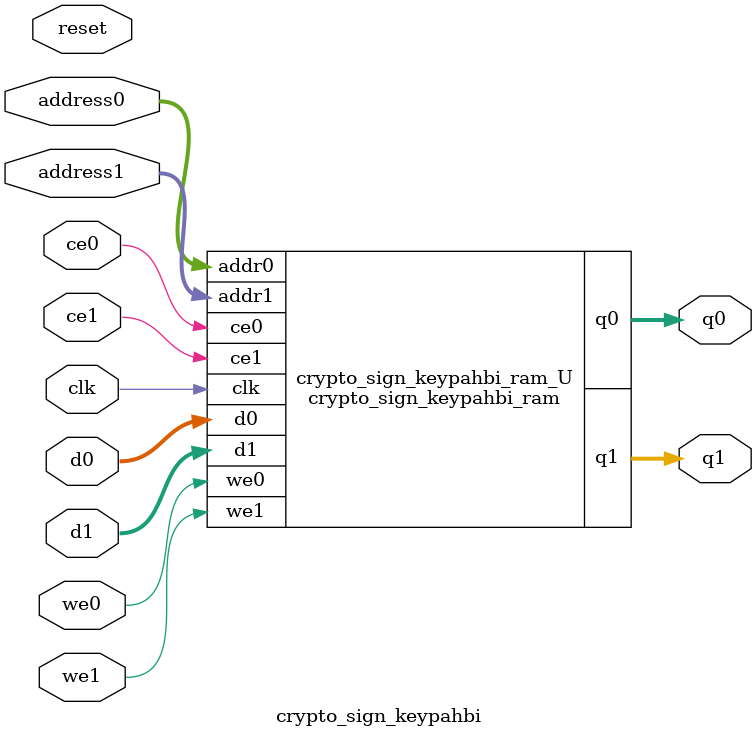
<source format=v>
`timescale 1 ns / 1 ps
module crypto_sign_keypahbi_ram (addr0, ce0, d0, we0, q0, addr1, ce1, d1, we1, q1,  clk);

parameter DWIDTH = 8;
parameter AWIDTH = 5;
parameter MEM_SIZE = 32;

input[AWIDTH-1:0] addr0;
input ce0;
input[DWIDTH-1:0] d0;
input we0;
output reg[DWIDTH-1:0] q0;
input[AWIDTH-1:0] addr1;
input ce1;
input[DWIDTH-1:0] d1;
input we1;
output reg[DWIDTH-1:0] q1;
input clk;

(* ram_style = "block" *)reg [DWIDTH-1:0] ram[0:MEM_SIZE-1];




always @(posedge clk)  
begin 
    if (ce0) begin
        if (we0) 
            ram[addr0] <= d0; 
        q0 <= ram[addr0];
    end
end


always @(posedge clk)  
begin 
    if (ce1) begin
        if (we1) 
            ram[addr1] <= d1; 
        q1 <= ram[addr1];
    end
end


endmodule

`timescale 1 ns / 1 ps
module crypto_sign_keypahbi(
    reset,
    clk,
    address0,
    ce0,
    we0,
    d0,
    q0,
    address1,
    ce1,
    we1,
    d1,
    q1);

parameter DataWidth = 32'd8;
parameter AddressRange = 32'd32;
parameter AddressWidth = 32'd5;
input reset;
input clk;
input[AddressWidth - 1:0] address0;
input ce0;
input we0;
input[DataWidth - 1:0] d0;
output[DataWidth - 1:0] q0;
input[AddressWidth - 1:0] address1;
input ce1;
input we1;
input[DataWidth - 1:0] d1;
output[DataWidth - 1:0] q1;



crypto_sign_keypahbi_ram crypto_sign_keypahbi_ram_U(
    .clk( clk ),
    .addr0( address0 ),
    .ce0( ce0 ),
    .we0( we0 ),
    .d0( d0 ),
    .q0( q0 ),
    .addr1( address1 ),
    .ce1( ce1 ),
    .we1( we1 ),
    .d1( d1 ),
    .q1( q1 ));

endmodule


</source>
